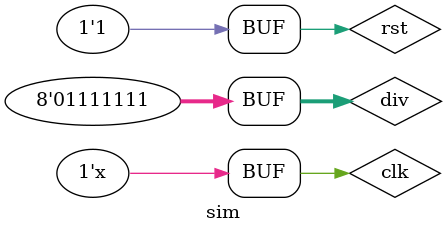
<source format=v>
`timescale 1ns / 1ps

`timescale 1 ps/ 1 ps

module sim();

reg clk;

reg [7:0]div;

reg rst;

wire pwm;

pwm t1(
    .clk(clk),
    .div(div),
    .pwm(pwm),
    .rst(rst)
);

initial begin
    div=8'd127;
    clk=1;
    rst=1;
end

always #1 begin clk=~clk; end

endmodule

</source>
